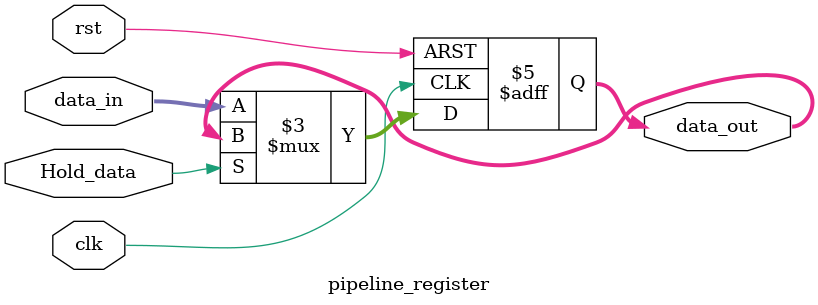
<source format=v>
module pipeline_register #(parameter DATA_SIZE = 32)
(
	input wire 				   clk,
	input wire 				   rst,
	input wire 				   Hold_data,
	input wire [DATA_SIZE-1:0] data_in,
	output reg [DATA_SIZE-1:0] data_out
);

	always @(posedge clk or posedge rst) begin
		if (rst) 
			data_out <= 'b0;

		else if (~Hold_data) 
				data_out <= data_in;
	end


endmodule
</source>
